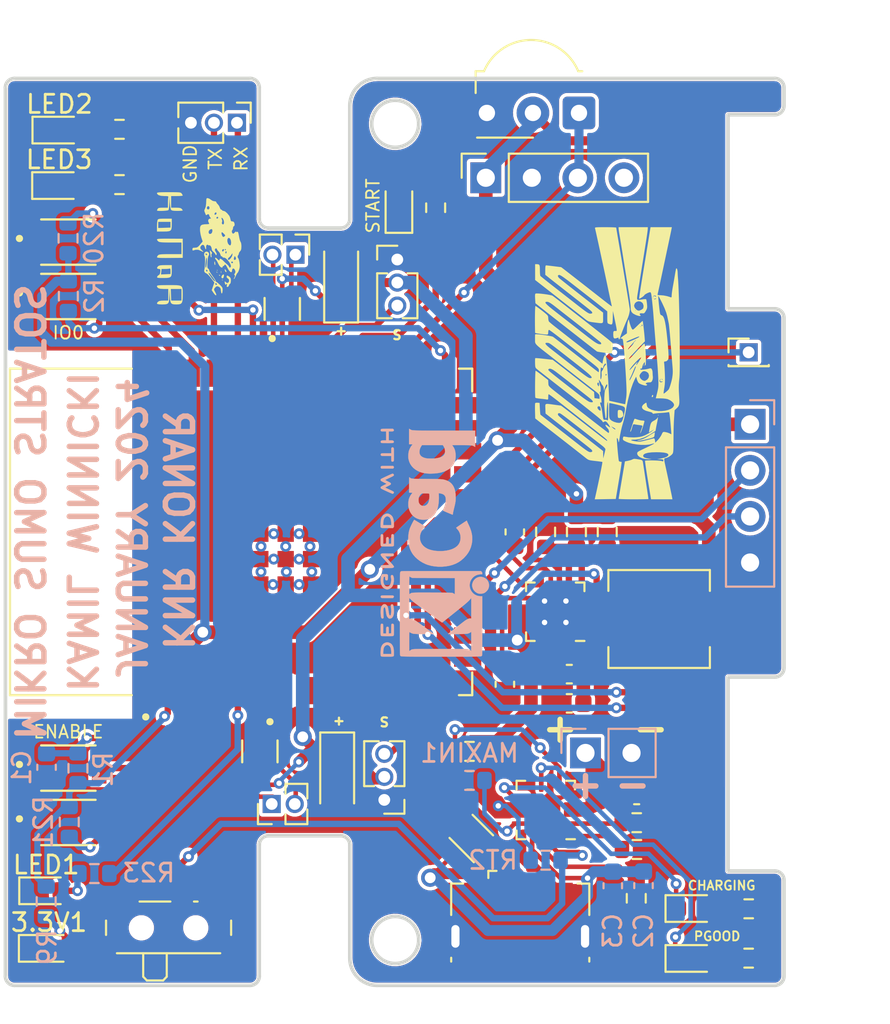
<source format=kicad_pcb>
(kicad_pcb (version 20211014) (generator pcbnew)
  (layers (0 "F.Cu" signal) (1 "In1.Cu" signal) (2 "In2.Cu" signal) (31 "B.Cu" signal) (34 "B.Paste" user) (35 "F.Paste" user) (36 "B.SilkS" user "B.Silkscreen") (37 "F.SilkS" user "F.Silkscreen") (38 "B.Mask" user) (39 "F.Mask" user) (44 "Edge.Cuts" user))
  (net 0 "")
  (net 1 "EN")
  (net 2 "AGND")
  (net 3 "+5V")
  (net 4 "VCC")
  (net 5 "+BATT")
  (net 6 "Net-(C6-Pad1)")
  (net 7 "Net-(C7-Pad1)")
  (net 8 "Net-(C7-Pad2)")
  (net 9 "+3.3V")
  (net 10 "IO0")
  (net 11 "Net-(R3-Pad1)")
  (net 12 "Net-(CHG_INT1-Pad2)")
  (net 13 "Net-(PGOOD1-Pad2)")
  (net 14 "Net-(R6-Pad2)")
  (net 15 "Net-(R7-Pad2)")
  (net 16 "Net-(RT1-Pad1)")
  (net 17 "Net-(PGOOD1-Pad1)")
  (net 18 "Net-(CHG_INT1-Pad1)")
  (net 19 "Net-(MAXIN1-Pad1)")
  (net 20 "Net-(TMR1-Pad1)")
  (net 21 "Net-(ISET1-Pad1)")
  (net 26 "USB-")
  (net 27 "USB+")
  (net 29 "RX")
  (net 30 "TX")
  (net 34 "USBN")
  (net 38 "Net-(L1-Pad1)")
  (net 39 "Net-(3.3V1-Pad2)")
  (net 40 "Net-(LED1-Pad2)")
  (net 41 "Net-(LED2-Pad2)")
  (net 42 "Net-(LED3-Pad2)")
  (net 43 "B1")
  (net 44 "SDA")
  (net 45 "Net-(J5-Pad1)")
  (net 46 "Net-(J5-Pad2)")
  (net 48 "LED1")
  (net 49 "MIN1_1")
  (net 50 "MIN2_1")
  (net 51 "MIN1_2")
  (net 52 "MIN2_2")
  (net 53 "B2")
  (net 54 "SCL")
  (net 55 "STARTER")
  (net 57 "Net-(R22-Pad2)")
  (net 58 "XSHUT")
  (net 59 "SERVO1")
  (net 60 "SERVO2")
  (net 61 "USBP")
  (net 62 "LED2")
  (net 63 "LED3")
  (net 64 "Net-(RT2-Pad2)")
  (net 65 "Net-(J8-Pad1)")
  (net 66 "Net-(J8-Pad2)")
  (net 67 "IN_1")
  (net 68 "IN_2")
  (net 69 "STARTER_LED")
  (footprint "LED_SMD:LED_0603_1608Metric" (layer "F.Cu") (at 168.9 117.764778)
    (fp_text reference "CHARGING")
    (fp_text value "LED")
  )
  (footprint "LED_SMD:LED_0603_1608Metric_Pad1.05x0.95mm_HandSolder" (layer "F.Cu") (at 133.40305 119.96067)
    (fp_text reference "3.3V1")
    (fp_text value "LED")
  )
  (footprint "Connector_PinHeader_1.27mm:PinHeader_1x03_P1.27mm_Vertical" (layer "F.Cu") (at 151.9 111.775 180)
    (fp_text reference "SV2" hide)
    (fp_text value "Conn_01x03_Male")
  )
  (footprint "Package_TO_SOT_SMD:SOT-666" (layer "F.Cu") (at 156.7 113.8 135)
    (fp_text reference "U6" hide)
    (fp_text value "USBLC6-2P6")
  )
  (footprint "Capacitor_SMD:C_0603_1608Metric" (layer "F.Cu") (at 158.552247 105.4 -90)
    (fp_text reference "C6" hide)
    (fp_text value "10n")
  )
  (footprint "OptoDevice:Vishay_MOLD-3Pin" (layer "F.Cu") (at 162.64 73.9 180)
    (fp_text reference "U11" hide)
    (fp_text value "TSOP323xx")
  )
  (footprint "B3U-1000P:SW_B3U-1000P" (layer "F.Cu") (at 134.471351 81.021095)
    (fp_text reference "S3" hide)
    (fp_text value "B3U-1000P")
  )
  (footprint "Resistor_SMD:R_0603_1608Metric" (layer "F.Cu") (at 154.734077 79.125961 90)
    (fp_text reference "R22" hide)
    (fp_text value "1K")
  )
  (footprint "Resistor_SMD:R_0603_1608Metric" (layer "F.Cu") (at 137.292075 77.851361 180)
    (fp_text reference "R25" hide)
    (fp_text value "1K")
  )
  (footprint "TOFVL53L0X:TOFVL53L0X" (layer "F.Cu") (at 171.06 79.631541 90)
    (fp_text reference "U10" hide)
    (fp_text value "TOFVL53L0X")
  )
  (footprint "Capacitor_SMD:C_0603_1608Metric" (layer "F.Cu") (at 159.1 97 90)
    (fp_text reference "C7" hide)
    (fp_text value "10n")
  )
  (footprint "Resistor_SMD:R_0603_1608Metric" (layer "F.Cu") (at 165.8 117.2 -90)
    (fp_text reference "TMR1" hide)
    (fp_text value "45.4K")
  )
  (footprint "Resistor_SMD:R_0603_1608Metric" (layer "F.Cu") (at 164.2 97 -90)
    (fp_text reference "R6" hide)
    (fp_text value "470K")
  )
  (footprint "Capacitor_SMD:C_0603_1608Metric" (layer "F.Cu") (at 156.6 110.7 180)
    (fp_text reference "C4" hide)
    (fp_text value "22u")
  )
  (footprint "Resistor_SMD:R_0603_1608Metric" (layer "F.Cu") (at 165.835199 114.509989)
    (fp_text reference "ISET1" hide)
    (fp_text value "1.8K")
  )
  (footprint "LED_SMD:LED_0603_1608Metric" (layer "F.Cu") (at 133.96067 77.904633)
    (fp_text reference "LED3")
    (fp_text value "LED")
  )
  (footprint "LED_SMD:LED_0603_1608Metric" (layer "F.Cu") (at 133.247258 116.786879)
    (fp_text reference "LED1")
    (fp_text value "LED")
  )
  (footprint "logo:stratos" (layer "F.Cu") (at 164.3 87.7 90)
    (fp_text reference "G***" hide)
    (fp_text value "LOGO" hide)
  )
  (footprint "LED_SMD:LED_0603_1608Metric" (layer "F.Cu") (at 168.9 120.516269)
    (fp_text reference "PGOOD")
    (fp_text value "LED")
  )
  (footprint "Resistor_SMD:R_0603_1608Metric" (layer "F.Cu") (at 156.6 109.1)
    (fp_text reference "R3" hide)
    (fp_text value "10K")
  )
  (footprint "drv8210DRLR:SOT50P160X60-6N" (layer "F.Cu") (at 146.270908 84.703767 90)
    (fp_text reference "U5" hide)
    (fp_text value "DRV8210DRLR")
  )
  (footprint "esp32s3:XCVR_ESP32S3WROOM1N8R8" (layer "F.Cu") (at 144 97 90)
    (fp_text reference "U2" hide)
    (fp_text value "ESP32-S3-WROOM-1-N8R8")
  )
  (footprint "drv8210DRLR:SOT50P160X60-6N" (layer "F.Cu") (at 145.036209 109.1 -90)
    (fp_text reference "U4" hide)
    (fp_text value "DRV8210DRLR")
  )
  (footprint "LED_SMD:LED_0603_1608Metric" (layer "F.Cu") (at 152.707597 79.025324 90)
    (fp_text reference "START")
    (fp_text value "LED")
  )
  (footprint "Package_DFN_QFN:VQFN-16-1EP_3x3mm_P0.5mm_EP1.6x1.6mm" (layer "F.Cu") (at 160.808805 112.332395 180)
    (fp_text reference "U1" hide)
    (fp_text value "BQ24075RGT")
  )
  (footprint "Resistor_SMD:R_0603_1608Metric" (layer "F.Cu") (at 137.292075 74.803354 180)
    (fp_text reference "R24" hide)
    (fp_text value "1K")
  )
  (footprint "Inductor_SMD:L_Sunlord_MWSA0518_5.4x5.2mm" (layer "F.Cu") (at 167.062069 101.801289)
    (fp_text reference "L1" hide)
    (fp_text value "1u")
  )
  (footprint "Capacitor_SMD:C_0603_1608Metric" (layer "F.Cu") (at 162.1059 104.841406 180)
    (fp_text reference "C9" hide)
    (fp_text value "22u")
  )
  (footprint "Resistor_SMD:R_0603_1608Metric" (layer "F.Cu") (at 160.8 97 90)
    (fp_text reference "R8" hide)
    (fp_text value "150K")
  )
  (footprint "Connector_PinHeader_1.27mm:PinHeader_1x02_P1.27mm_Vertical" (layer "F.Cu") (at 145.689657 112 90)
    (fp_text reference "J5" hide)
    (fp_text value "Conn_01x02_Male")
  )
  (footprint "Resistor_SMD:R_0603_1608Metric" (layer "F.Cu") (at 162.5 97 -90)
    (fp_text reference "R7" hide)
    (fp_text value "470K")
  )
  (footprint "Package_DFN_QFN:VQFN-16-1EP_3x3mm_P0.5mm_EP1.68x1.68mm_ThermalVias" (layer "F.Cu") (at 161.331215 101.401477 180)
    (fp_text reference "U3" hide)
    (fp_text value "TLV62095RGTx")
  )
  (footprint "Resistor_SMD:R_0603_1608Metric" (layer "F.Cu") (at 172.003218 117.779665)
    (fp_text reference "R4" hide)
    (fp_text value "1K")
  )
  (footprint "Capacitor_Tantalum_SMD:CP_EIA-3216-18_Kemet-A" (layer "F.Cu") (at 149.3 110.36832 -90)
    (fp_text reference "C10" hide)
    (fp_text value "C_Polarized")
  )
  (footprint "Connector_USB:USB_Micro-B_GCT_USB3076-30-A" (layer "F.Cu") (at 159.4 118.1)
    (fp_text reference "J1" hide)
    (fp_text value "USB_B_Micro")
  )
  (footprint "TOFVL53L0X:TOFVL53L0X" (layer "F.Cu") (at 171.06 110.831541 90)
    (fp_text reference "U9" hide)
    (fp_text value "TOFVL53L0X")
  )
  (footprint "Connector_PinHeader_1.27mm:PinHeader_1x03_P1.27mm_Vertical" (layer "F.Cu") (at 152.617129 81.982583)
    (fp_text reference "SV1" hide)
    (fp_text value "Conn_01x03_Male")
  )
  (footprint "Connector_PinHeader_1.27mm:PinHeader_1x02_P1.27mm_Vertical" (layer "F.Cu") (at 146.999421 81.714762 -90)
    (fp_text reference "J8" hide)
    (fp_text value "Conn_01x02_Male")
  )
  (footprint "Button_Switch_SMD:SW_SPDT_PCM12" (layer "F.Cu") (at 140 118.5)
    (fp_text reference "SW1" hide)
    (fp_text value "SW_DIP_x01")
  )
  (footprint "LED_SMD:LED_0603_1608Metric" (layer "F.Cu") (at 133.977442 74.845576)
    (fp_text reference "LED2")
    (fp_text value "LED")
  )
  (footprint "Resistor_SMD:R_0603_1608Metric" (layer "F.Cu") (at 172 120.5)
    (fp_text reference "R5" hide)
    (fp_text value "1K")
  )
  (footprint "Resistor_SMD:R_0603_1608Metric" (layer "F.Cu") (at 165.825582 113.031453)
    (fp_text reference "RT1" hide)
    (fp_text value "10K")
  )
  (footprint "Connector_PinHeader_1.27mm:PinHeader_1x03_P1.27mm_Vertical" (layer "F.Cu") (at 143.772575 74.441014 -90)
    (fp_text reference "J2" hide)
    (fp_text value "Conn_01x03_Male")
  )
  (footprint "B3U-1000P:SW_B3U-1000P" (layer "F.Cu") (at 134.471351 110.021095)
    (fp_text reference "ENABLE")
    (fp_text value "B3U-1000P")
  )
  (footprint "Connector_PinSocket_2.54mm:PinSocket_1x04_P2.54mm_Vertical" (layer "F.Cu") (at 157.5 77.475 90)
    (fp_text reference "J4" hide)
    (fp_text value "Conn_01x04_Female")
  )
  (footprint "logo:konar_logo" (layer "F.Cu") (at 141.6 81.4 -90)
    (fp_text reference "G***" hide)
    (fp_text value "LOGO" hide)
  )
  (footprint "Capacitor_SMD:C_0603_1608Metric" (layer "F.Cu") (at 165.822666 111.50398)
    (fp_text reference "C5" hide)
    (fp_text value "22u")
  )
  (footprint "Connector_PinHeader_1.27mm:PinHeader_1x01_P1.27mm_Vertical" (layer "F.Cu") (at 172 87.1)
    (fp_text reference "J3" hide)
    (fp_text value "Conn_01x01_Male")
  )
  (footprint "B3U-1000P:SW_B3U-1000P" (layer "F.Cu") (at 134.471351 84.021095)
    (fp_text reference "IO0")
    (fp_text value "B3U-1000P")
  )
  (footprint "B3U-1000P:SW_B3U-1000P" (layer "F.Cu") (at 134.471351 113.021095)
    (fp_text reference "S4" hide)
    (fp_text value "B3U-1000P")
  )
  (footprint "Capacitor_SMD:C_0603_1608Metric" (layer "F.Cu") (at 162.1059 106.452035 180)
    (fp_text reference "C8" hide)
    (fp_text value "22u")
  )
  (footprint "Capacitor_Tantalum_SMD:CP_EIA-3216-18_Kemet-A" (layer "F.Cu") (at 149.519826 83.144286 90)
    (fp_text reference "C11" hide)
    (fp_text value "C_Polarized")
  )
  (footprint "Resistor_SMD:R_0603_1608Metric" (layer "B.Cu") (at 156.6 110.7 180)
    (fp_text reference "MAXIN1")
    (fp_text value "1.1K")
  )
  (footprint "Resistor_SMD:R_0603_1608Metric" (layer "B.Cu") (at 160.8 115.1)
    (fp_text reference "RT2")
    (fp_text value "10K")
  )
  (footprint "Capacitor_SMD:C_0603_1608Metric" (layer "B.Cu") (at 166.2 116.5 -90)
    (fp_text reference "C2")
    (fp_text value "47u")
  )
  (footprint "Resistor_SMD:R_0603_1608Metric" (layer "B.Cu") (at 134.522296 112.992968 -90)
    (fp_text reference "R21")
    (fp_text value "10K")
  )
  (footprint "Resistor_SMD:R_0603_1608Metric" (layer "B.Cu") (at 135.904569 115.836898 180)
    (fp_text reference "R23")
    (fp_text value "1K")
  )
  (footprint "Connector_PinHeader_2.54mm:PinHeader_1x04_P2.54mm_Vertical" (layer "B.Cu") (at 172.080174 91.067695 180)
    (fp_text reference "J6" hide)
    (fp_text value "Conn_01x04_Female")
  )
  (footprint "Resistor_SMD:R_0603_1608Metric" (layer "B.Cu") (at 134.47135 84 90)
    (fp_text reference "R2")
    (fp_text value "10K")
  )
  (footprint "Resistor_SMD:R_0603_1608Metric" (layer "B.Cu") (at 133.247258 117.373626 -90)
    (fp_text reference "R9")
    (fp_text value "1K")
  )
  (footprint "Resistor_SMD:R_0603_1608Metric" (layer "B.Cu") (at 134.453929 80.812049 90)
    (fp_text reference "R20")
    (fp_text value "10K")
  )
  (footprint "Symbol:KiCad-Logo2_5mm_SilkScreen" (layer "B.Cu") (at 154.7 97.6 90)
    (fp_text reference "REF**" hide)
    (fp_text value "KiCad-Logo2_5mm_SilkScreen" hide)
  )
  (footprint "Capacitor_SMD:C_0603_1608Metric" (layer "B.Cu") (at 164.505423 116.507863 -90)
    (fp_text reference "C3")
    (fp_text value "47u")
  )
  (footprint "Connector_PinHeader_2.54mm:PinHeader_1x02_P2.54mm_Vertical" (layer "B.Cu") (at 163 109.187228 -90)
    (fp_text reference "batt1" hide)
    (fp_text value "Conn_01x02_Male")
  )
  (footprint "Resistor_SMD:R_0603_1608Metric" (layer "B.Cu") (at 135 110.031484 -90)
    (fp_text reference "R1")
    (fp_text value "10K")
  )
  (footprint "Capacitor_SMD:C_0603_1608Metric" (layer "B.Cu") (at 133.26802 109.979222 -90)
    (fp_text reference "C1")
    (fp_text value "0.1uF")
  )
  (gr_arc (start 144.5 72) (mid 144.853553 72.146447) (end 145 72.5) (layer "Edge.Cuts") (width 0.2))
  (gr_line (start 145 79.75) (end 145 72.5) (layer "Edge.Cuts") (width 0.2))
  (gr_arc (start 151.5 122) (mid 150.43934 121.56066) (end 150 120.5) (layer "Edge.Cuts") (width 0.2))
  (gr_arc (start 131.5 122) (mid 131.146447 121.853553) (end 131 121.5) (layer "Edge.Cuts") (width 0.2))
  (gr_arc (start 173.446555 84.7) (mid 173.800108 84.846447) (end 173.946555 85.2) (layer "Edge.Cuts") (width 0.2))
  (gr_arc (start 150 79.75) (mid 149.853553 80.103553) (end 149.5 80.25) (layer "Edge.Cuts") (width 0.2))
  (gr_line (start 145 121.5) (end 145 114.25) (layer "Edge.Cuts") (width 0.2))
  (gr_line (start 145.5 113.75) (end 149.5 113.75) (layer "Edge.Cuts") (width 0.2))
  (gr_arc (start 145 121.5) (mid 144.853553 121.853553) (end 144.5 122) (layer "Edge.Cuts") (width 0.2))
  (gr_line (start 173.946555 104.5) (end 173.946555 85.2) (layer "Edge.Cuts") (width 0.2))
  (gr_line (start 170.860407 115.7) (end 170.860407 105) (layer "Edge.Cuts") (width 0.2))
  (gr_line (start 173.946555 121.5) (end 173.946555 116.2) (layer "Edge.Cuts") (width 0.2))
  (gr_arc (start 150 73.5) (mid 150.43934 72.43934) (end 151.5 72) (layer "Edge.Cuts") (width 0.2))
  (gr_line (start 173.946555 73.5) (end 173.946555 72.5) (layer "Edge.Cuts") (width 0.2))
  (gr_arc (start 173.946555 121.5) (mid 173.800108 121.853553) (end 173.446555 122) (layer "Edge.Cuts") (width 0.2))
  (gr_line (start 150 114.25) (end 150 120.5) (layer "Edge.Cuts") (width 0.2))
  (gr_arc (start 173.946555 104.5) (mid 173.800108 104.853553) (end 173.446555 105) (layer "Edge.Cuts") (width 0.2))
  (gr_line (start 131 72.5) (end 131 121.5) (layer "Edge.Cuts") (width 0.2))
  (gr_arc (start 149.5 113.75) (mid 149.853553 113.896447) (end 150 114.25) (layer "Edge.Cuts") (width 0.2))
  (gr_arc (start 173.446555 115.7) (mid 173.800108 115.846447) (end 173.946555 116.2) (layer "Edge.Cuts") (width 0.2))
  (gr_line (start 150 73.5) (end 150 79.75) (layer "Edge.Cuts") (width 0.2))
  (gr_line (start 170.860407 74) (end 173.446555 74) (layer "Edge.Cuts") (width 0.2))
  (gr_circle (center 152.5 119.5) (end 153.8 119.5) (layer "Edge.Cuts") (width 0.2) (fill none))
  (gr_line (start 131.5 122) (end 144.5 122) (layer "Edge.Cuts") (width 0.2))
  (gr_circle (center 152.5 74.5) (end 153.8 74.5) (layer "Edge.Cuts") (width 0.2) (fill none))
  (gr_arc (start 145.5 80.25) (mid 145.146447 80.103553) (end 145 79.75) (layer "Edge.Cuts") (width 0.2))
  (gr_line (start 144.5 72) (end 131.5 72) (layer "Edge.Cuts") (width 0.2))
  (gr_arc (start 173.446555 72) (mid 173.800108 72.146447) (end 173.946555 72.5) (layer "Edge.Cuts") (width 0.2))
  (gr_line (start 151.5 122) (end 173.446555 122) (layer "Edge.Cuts") (width 0.2))
  (gr_line (start 149.5 80.25) (end 145.5 80.25) (layer "Edge.Cuts") (width 0.2))
  (gr_line (start 173.446555 72) (end 151.5 72) (layer "Edge.Cuts") (width 0.2))
  (gr_arc (start 131 72.5) (mid 131.146447 72.146447) (end 131.5 72) (layer "Edge.Cuts") (width 0.2))
  (gr_line (start 170.860407 105) (end 173.446555 105) (layer "Edge.Cuts") (width 0.2))
  (gr_arc (start 173.946555 73.5) (mid 173.800108 73.853553) (end 173.446555 74) (layer "Edge.Cuts") (width 0.2))
  (gr_arc (start 145 114.25) (mid 145.146447 113.896447) (end 145.5 113.75) (layer "Edge.Cuts") (width 0.2))
  (gr_line (start 173.446555 84.7) (end 170.860407 84.7) (layer "Edge.Cuts") (width 0.2))
  (gr_line (start 170.860407 84.7) (end 170.860407 74) (layer "Edge.Cuts") (width 0.2))
  (gr_line (start 173.446555 115.7) (end 170.860407 115.7) (layer "Edge.Cuts") (width 0.2))
  (gr_text "MIKRO SUMO STRATOS" (at 132.3 95.9 270) (layer "B.SilkS") (effects (font (size 1.5 1.5) (thickness 0.3)) (justify mirror)))
  (gr_text "JANUARY 2024" (at 137.9 96.8 270) (layer "B.SilkS") (effects (font (size 1.5 1.5) (thickness 0.3)) (justify mirror)))
  (gr_text "KNR KONAR" (at 140.5 96.9 270) (layer "B.SilkS") (effects (font (size 1.5 1.5) (thickness 0.3)) (justify mirror)))
  (gr_text "-" (at 165.6 110.9) (layer "B.SilkS") (effects (font (size 1.5 1.5) (thickness 0.3)) (justify mirror)))
  (gr_text "+" (at 163 110.9) (layer "B.SilkS") (effects (font (size 1.5 1.5) (thickness 0.3)) (justify mirror)))
  (gr_text "KAMIL WINNICKI" (at 135.2 97 270) (layer "B.SilkS") (effects (font (size 1.5 1.5) (thickness 0.3)) (justify mirror)))
  (gr_text "RX" (at 143.996335 76.436854 90) (layer "F.SilkS") (effects (font (size 0.7 0.7) (thickness 0.1))))
  (gr_text "+" (at 149.4 107.4) (layer "F.SilkS") (effects (font (size 0.5 0.5) (thickness 0.125)) (justify mirror)))
  (gr_text "GND" (at 141.195045 76.711207 90) (layer "F.SilkS") (effects (font (size 0.7 0.7) (thickness 0.1))))
  (gr_text "+" (at 161.6 107.8) (layer "F.SilkS") (effects (font (size 1.5 1.5) (thickness 0.3))))
  (gr_text "+" (at 149.519826 85.9) (layer "F.SilkS") (effects (font (size 0.5 0.5) (thickness 0.125)) (justify mirror)))
  (gr_text "S" (at 151.9 107.5) (layer "F.SilkS") (effects (font (size 0.5 0.5) (thickness 0.125))))
  (gr_text "-" (at 166.6 107.8) (layer "F.SilkS") (effects (font (size 1.5 1.5) (thickness 0.3))))
  (gr_text "TX" (at 142.58125 76.436854 90) (layer "F.SilkS") (effects (font (size 0.7 0.7) (thickness 0.1))))
  (gr_text "S" (at 152.6 86.1 180) (layer "F.SilkS") (effects (font (size 0.5 0.5) (thickness 0.125))))
  (segment (start 136.171351 110.021095) (end 138.108905 110.021095) (width 0.35) (layer "F.Cu") (net 1))
  (segment (start 136.034735 108.363073) (end 136.171351 108.499689) (width 0.35) (layer "F.Cu") (net 1))
  (segment (start 138.108905 110.021095) (end 141.28 106.85) (width 0.35) (layer "F.Cu") (net 1))
  (segment (start 135.4947 108.363073) (end 136.034735 108.363073) (width 0.35) (layer "F.Cu") (net 1))
  (segment (start 136.171351 108.499689) (end 136.171351 110.021095) (width 0.35) (layer "F.Cu") (net 1))
  (segment (start 141.28 106.85) (end 141.28 105.75) (width 0.35) (layer "F.Cu") (net 1))
  (via (at 135.4947 108.363073) (size 0.6) (drill 0.3) (layers "F.Cu" "B.Cu") (net 1))
  (segment (start 135 108.857773) (end 135.4947 108.363073) (width 0.35) (layer "B.Cu") (net 1))
  (segment (start 133.270282 109.206484) (end 133.26802 109.204222) (width 0.35) (layer "B.Cu") (net 1))
  (segment (start 135 109.206484) (end 133.270282 109.206484) (width 0.35) (layer "B.Cu") (net 1))
  (segment (start 135 109.206484) (end 135 108.857773) (width 0.35) (layer "B.Cu") (net 1))
  (segment (start 154.431634 116.068366) (end 154.655728 115.844272) (width 0.6) (layer "F.Cu") (net 3))
  (segment (start 163.112709 116.087291) (end 161.617901 116.087291) (width 0.25) (layer "F.Cu") (net 3))
  (segment (start 154.655728 115.844272) (end 157.902368 115.844272) (width 0.6) (layer "F.Cu") (net 3))
  (segment (start 154.463268 116.1) (end 154.431634 116.068366) (width 0.75) (layer "F.Cu") (net 3))
  (segment (start 158.1 116.65) (end 158.1 116.14) (width 0.25) (layer "F.Cu") (net 3))
  (segment (start 154.431634 116.068366) (end 156.5 114) (width 0.25) (layer "F.Cu") (net 3))
  (segment (start 161.617901 116.087291) (end 160.058805 114.528195) (width 0.25) (layer "F.Cu") (net 3))
  (segment (start 157.902368 115.844272) (end 157.979048 115.920952) (width 0.6) (layer "F.Cu") (net 3))
  (segment (start 156.5 113.6) (end 156.045926 113.145926) (width 0.25) (layer "F.Cu") (net 3))
  (segment (start 160.058805 114.528195) (end 160.058805 113.769895) (width 0.25) (layer "F.Cu") (net 3))
  (segment (start 156.5 114) (end 156.5 113.6) (width 0.25) (layer "F.Cu") (net 3))
  (via (at 163.112709 116.087291) (size 0.6) (drill 0.3) (layers "F.Cu" "B.Cu") (net 3))
  (via (at 154.431634 116.068366) (size 1) (drill 0.6) (layers "F.Cu" "B.Cu") (net 3))
  (segment (start 154.431634 116.068366) (end 154.713772 116.068366) (width 0.6) (layer "B.Cu") (net 3))
  (segment (start 157.620406 118.975) (end 161.179594 118.975) (width 0.6) (layer "B.Cu") (net 3))
  (segment (start 163.05 116.15) (end 163.467137 115.732863) (width 0.6) (layer "B.Cu") (net 3))
  (segment (start 164.505423 115.732863) (end 166.005423 115.732863) (width 0.6) (layer "B.Cu") (net 3))
  (segment (start 163.112709 117.041885) (end 163.112709 116.087291) (width 0.6) (layer "B.Cu") (net 3))
  (segment (start 161.179594 118.975) (end 163.112709 117.041885) (width 0.6) (layer "B.Cu") (net 3))
  (segment (start 154.713772 116.068366) (end 157.620406 118.975) (width 0.6) (layer "B.Cu") (net 3))
  (segment (start 163.112709 116.087291) (end 163.05 116.15) (width 0.6) (layer "B.Cu") (net 3))
  (segment (start 163.467137 115.732863) (end 164.505423 115.732863) (width 0.6) (layer "B.Cu") (net 3))
  (segment (start 150.761529 83.252583) (end 152.617129 83.252583) (width 0.5) (layer "F.Cu") (net 4))
  (segment (start 148.11832 109.01832) (end 147.4 108.3) (width 0.6) (layer "F.Cu") (net 4))
  (segment (start 149.71832 109.01832) (end 149.036209 109.01832) (width 0.6) (layer "F.Cu") (net 4))
  (segment (start 147.845376 109.01832) (end 147.181848 109.681848) (width 0.6) (layer "F.Cu") (net 4))
  (segment (start 159.990825 106.709975) (end 157.425 109.2758) (width 0.75) (layer "F.Cu") (net 4))
  (segment (start 149.036209 109.01832) (end 148.11832 109.01832) (width 0.6) (layer "F.Cu") (net 4))
  (segment (start 145.145996 110.941855) (end 145.036209 110.832068) (width 0.25) (layer "F.Cu") (net 4))
  (segment (start 162.793715 101.151477) (end 163.394268 101.151477) (width 0.25) (layer "F.Cu") (net 4))
  (segment (start 151.328234 110.628234) (end 149.71832 109.01832) (width 0.6) (layer "F.Cu") (net 4))
  (segment (start 149.519826 84.494286) (end 150.761529 83.252583) (width 0.5) (layer "F.Cu") (net 4))
  (segment (start 145.036209 110.832068) (end 145.036209 110.197068) (width 0.25) (layer "F.Cu") (net 4))
  (segment (start 146.097733 110.859187) (end 146.015065 110.941855) (width 0.25) (layer "F.Cu") (net 4))
  (segment (start 148.886909 84.494286) (end 149.519826 84.494286) (width 0.35) (layer "F.Cu") (net 4))
  (segment (start 159.990825 103.719721) (end 159.990825 106.709975) (width 0.75) (layer "F.Cu") (net 4))
  (segment (start 163.394268 101.151477) (end 163.613664 100.932081) (width 0.25) (layer "F.Cu") (net 4))
  (segment (start 146.015065 110.941855) (end 145.145996 110.941855) (width 0.25) (layer "F.Cu") (net 4))
  (segment (start 148.09856 83.705937) (end 148.886909 84.494286) (width 0.35) (layer "F.Cu") (net 4))
  (segment (start 159.235603 102.964499) (end 159.990825 103.719721) (width 0.75) (layer "F.Cu") (net 4))
  (segment (start 146.270908 83.968767) (end 146.270908 83.039874) (width 0.25) (layer "F.Cu") (net 4))
  (segment (start 149.036209 109.01832) (end 147.845376 109.01832) (width 0.6) (layer "F.Cu") (net 4))
  (segment (start 152.082972 110.628234) (end 151.328234 110.628234) (width 0.6) (layer "F.Cu") (net 4))
  (segment (start 163.467396 99.30841) (end 163.613664 99.454678) (width 0.35) (layer "F.Cu") (net 4))
  (segment (start 146.270908 83.039874) (end 146.269539 83.038505) (width 0.25) (layer "F.Cu") (net 4))
  (segment (start 163.613664 99.454678) (end 163.613664 100.932081) (width 0.35) (layer "F.Cu") (net 4))
  (via (at 148.09856 83.705937) (size 0.6) (drill 0.3) (layers "F.Cu" "B.Cu") (net 4))
  (via (at 146.269539 83.038505) (size 0.6) (drill 0.3) (layers "F.Cu" "B.Cu") (net 4))
  (via (at 163.467396 99.30841) (size 0.6) (drill 0.3) (layers "F.Cu" "B.Cu") (net 4))
  (via (at 147.181848 109.681848) (size 0.6) (drill 0.3) (layers "F.Cu" "B.Cu") (net 4))
  (via (at 146.097733 110.859187) (size 0.6) (drill 0.3) (layers "F.Cu" "B.Cu") (net 4))
  (via (at 158.187388 112.103012) (size 0.6) (drill 0.3) (layers "F.Cu" "B.Cu") (net 4))
  (via (at 159.235603 102.964499) (size 1) (drill 0.6) (layers "F.Cu" "B.Cu") (net 4))
  (via (at 147.4 108.3) (size 1) (drill 0.6) (layers "F.Cu" "B.Cu") (net 4))
  (segment (start 159.975 115.1) (end 159.975 114.375) (width 0.25) (layer "B.Cu") (net 4))
  (segment (start 159.235603 102.964499) (end 159.2 102.928896) (width 0.6) (layer "B.Cu") (net 4))
  (segment (start 147.181848 109.681848) (end 146.097733 110.765963) (width 0.25) (layer "B.Cu") (net 4))
  (segment (start 159.2 100.9) (end 159.2 100.8) (width 0.35) (layer "B.Cu") (net 4))
  (segment (start 156.4 86.2) (end 156.4 92) (width 0.75) (layer "B.Cu") (net 4))
  (segment (start 149.9 100.5) (end 149.8 100.5) (width 0.75) (layer "B.Cu") (net 4))
  (segment (start 158.603012 112.103012) (end 158.187388 112.103012) (width 0.25) (layer "B.Cu") (net 4))
  (segment (start 159.3 112.8) (end 158.603012 112.103012) (width 0.25) (layer "B.Cu") (net 4))
  (segment (start 159.2 102.928896) (end 159.2 100.9) (width 0.6) (layer "B.Cu") (net 4))
  (segment (start 157.164499 102.964499) (end 159.235603 102.964499) (width 0.75) (layer "B.Cu") (net 4))
  (segment (start 149.9 98.5) (end 149.9 100.5) (width 0.75) (layer "B.Cu") (net 4))
  (segment (start 146.269539 83.038505) (end 147.431128 83.038505) (width 0.35) (layer "B.Cu") (net 4))
  (segment (start 154.7 100.5) (end 157.164499 102.964499) (width 0.75) (layer "B.Cu") (net 4))
  (segment (start 147.431128 83.038505) (end 148.09856 83.705937) (width 0.35) (layer "B.Cu") (net 4))
  (segment (start 159.975 114.375) (end 159.4 113.8) (width 0.25) (layer "B.Cu") (net 4))
  (segment (start 146.097733 110.765963) (end 146.097733 110.859187) (width 0.25) (layer "B.Cu") (net 4))
  (segment (start 156.4 92) (end 149.9 98.5) (width 0.75) (layer "B.Cu") (net 4))
  (segment (start 149.9 100.5) (end 154.7 100.5) (width 0.75) (layer "B.Cu") (net 4))
  (segment (start 152.617129 83.252583) (end 153.452583 83.252583) (width 0.75) (layer "B.Cu") (net 4))
  (segment (start 147.4 102.9) (end 147.4 108.3) (width 0.75) (layer "B.Cu") (net 4))
  (segment (start 159.3 113.7) (end 159.3 112.8) (width 0.25) (layer "B.Cu") (net 4))
  (segment (start 159.2 100.8) (end 160.69159 99.30841) (width 0.35) (layer "B.Cu") (net 4))
  (segment (start 153.452583 83.252583) (end 156.4 86.2) (width 0.75) (layer "B.Cu") (net 4))
  (segment (start 160.69159 99.30841) (end 163.467396 99.30841) (width 0.35) (layer "B.Cu") (net 4))
  (segment (start 159.4 113.8) (end 159.3 113.7) (width 0.25) (layer "B.Cu") (net 4))
  (segment (start 149.8 100.5) (end 147.4 102.9) (width 0.75) (layer "B.Cu") (net 4))
  (segment (start 162.253728 112.574972) (end 162.246305 112.582395) (width 0.25) (layer "F.Cu") (net 5))
  (segment (start 158.648523 100.651477) (end 159.868715 100.651477) (width 0.25) (layer "F.Cu") (net 6))
  (segment (start 158.4 100.9) (end 158.648523 100.651477) (width 0.25) (layer "F.Cu") (net 6))
  (segment (start 158.4 104.472753) (end 158.4 100.9) (width 0.25) (layer "F.Cu") (net 6))
  (segment (start 158.552247 104.625) (end 158.4 104.472753) (width 0.25) (layer "F.Cu") (net 6))
  (segment (start 159.6 99) (end 159 98.4) (width 0.25) (layer "F.Cu") (net 7))
  (segment (start 159 98.4) (end 159 97.775) (width 0.25) (layer "F.Cu") (net 7))
  (segment (start 160.757538 99) (end 159.6 99) (width 0.25) (layer "F.Cu") (net 7))
  (segment (start 161.081215 99.938977) (end 161.081215 99.323677) (width 0.25) (layer "F.Cu") (net 7))
  (segment (start 161.081215 99.323677) (end 160.757538 99) (width 0.25) (layer "F.Cu") (net 7))
  (segment (start 158.1 98.5) (end 158.1 97.125) (width 0.25) (layer "F.Cu") (net 8))
  (segment (start 159.538977 99.938977) (end 158.1 98.5) (width 0.25) (layer "F.Cu") (net 8))
  (segment (start 160.581215 99.938977) (end 159.538977 99.938977) (width 0.25) (layer "F.Cu") (net 8))
  (segment (start 158.1 97.125) (end 159 96.225) (width 0.25) (layer "F.Cu") (net 8))
  (segment (start 169.8 101.113358) (end 169.8 96.8) (width 0.75) (layer "F.Cu") (net 9))
  (segment (start 169.112069 101.801289) (end 169.7 102.38922) (width 0.75) (layer "F.Cu") (net 9))
  (segment (start 162.081215 103.306581) (end 162.346478 103.571844) (width 0.25) (layer "F.Cu") (net 9))
  (segment (start 157.5 82.625) (end 157.5 77.475) (width 0.75) (layer "F.Cu") (net 9))
  (segment (start 162.8809 104.841406) (end 169.158594 104.841406) (width 0.75) (layer "F.Cu") (net 9))
  (segment (start 141.884755 102.530439) (end 141.707597 102.707597) (width 0.75) (layer "F.Cu") (net 9))
  (segment (start 169.1 96.1) (end 164.275 96.1) (width 0.75) (layer "F.Cu") (net 9))
  (segment (start 158.895 84.02) (end 157.5 82.625) (width 0.75) (layer "F.Cu") (net 9))
  (segment (start 158.9 91.2) (end 158.9 86.511) (width 0.75) (layer "F.Cu") (net 9))
  (segment (start 162.5 94.9) (end 162.5 96.175) (width 0.75) (layer "F.Cu") (net 9))
  (segment (start 169.8 96.8) (end 169.1 96.1) (width 0.75) (layer "F.Cu") (net 9))
  (segment (start 164.2 96.175) (end 162.5 96.175) (width 0.75) (layer "F.Cu") (net 9))
  (segment (start 161.636375 75.436375) (end 160.1 73.9) (width 0.5) (layer "F.Cu") (net 9))
  (segment (start 169.590316 75.436375) (end 161.636375 75.436375) (width 0.5) (layer "F.Cu") (net 9))
  (segment (start 169.112069 101.801289) (end 169.8 101.113358) (width 0.75) (layer "F.Cu") (net 9))
  (segment (start 164.275 96.1) (end 164.2 96.175) (width 0.75) (layer "F.Cu") (net 9))
  (segment (start 169.7 102.38922) (end 169.7 104.3) (width 0.75) (layer "F.Cu") (net 9))
  (segment (start 139.780141 107.161059) (end 139.954346 106.986854) (width 0.35) (layer "F.Cu") (net 9))
  (segment (start 142 102.415194) (end 141.707597 102.707597) (width 0.35) (layer "F.Cu") (net 9))
  (segment (start 169.7 104.3) (end 169.158594 104.841406) (width 0.75) (layer "F.Cu") (net 9))
  (segment (start 151.1 99.062206) (end 147.631767 102.530439) (width 0.75) (layer "F.Cu") (net 9))
  (segment (start 169.7 92) (end 170.632305 91.067695) (width 0.75) (layer "F.Cu") (net 9))
  (segment (start 141.707597 102.707597) (end 140.01 104.405194) (width 0.75) (layer "F.Cu") (net 9))
  (segment (start 162.081215 102.863977) (end 162.081215 103.306581) (width 0.25) (layer "F.Cu") (net 9))
  (segment (start 139.954346 105.805654) (end 140.01 105.75) (width 0.35) (layer "F.Cu") (net 9))
  (segment (start 158.895 86.506) (end 158.895 84.02) (width 0.75) (layer "F.Cu") (net 9))
  (segment (start 169.7 95.6) (end 169.7 92) (width 0.75) (layer "F.Cu") (net 9))
  (segment (start 162.8809 104.841406) (end 162.8809 106.452035) (width 0.75) (layer "F.Cu") (net 9))
  (segment (start 158.9 86.511) (end 158.895 86.506) (width 0.75) (layer "F.Cu") (net 9))
  (segment (start 169.1 96.2) (end 169.7 95.6) (width 0.75) (layer "F.Cu") (net 9))
  (segment (start 139.954346 106.986854) (end 139.954346 105.805654) (width 0.35) (layer "F.Cu") (net 9))
  (segment (start 162.8809 104.841406) (end 162.8809 104.183488) (width 0.6) (layer "F.Cu") (net 9))
  (segment (start 147.631767 102.530439) (end 141.884755 102.530439) (width 0.75) (layer "F.Cu") (net 9))
  (segment (start 162.8809 104.841406) (end 162.8809 104.106266) (width 0.5) (layer "F.Cu") (net 9))
  (segment (start 158.15 91.95) (end 158.9 91.2) (width 0.75) (layer "F.Cu") (net 9))
  (segment (start 169.590316 106.636375) (end 169.590316 105.273128) (width 0.75) (layer "F.Cu") (net 9))
  (segment (start 162.8809 104.106266) (end 162.346478 103.571844) (width 0.5) (layer "F.Cu") (net 9))
  (segment (start 169.590316 105.273128) (end 169.158594 104.841406) (width 0.75) (layer "F.Cu") (net 9))
  (segment (start 140.01 104.405194) (end 140.01 105.75) (width 0.75) (layer "F.Cu") (net 9))
  (segment (start 170.632305 91.067695) (end 172.080174 91.067695) (width 0.75) (layer "F.Cu") (net 9))
  (via (at 158.15 91.95) (size 1) (drill 0.6) (layers "F.Cu" "B.Cu") (net 9))
  (via (at 151.1 99.062206) (size 1) (drill 0.6) (layers "F.Cu" "B.Cu") (net 9))
  (via (at 141.884755 102.530439) (size 1) (drill 0.6) (layers "F.Cu" "B.Cu") (net 9))
  (via (at 162.5 94.9) (size 0.6) (drill 0.3) (layers "F.Cu" "B.Cu") (net 9))
  (via (at 139.780141 107.161059) (size 0.6) (drill 0.3) (layers "F.Cu" "B.Cu") (net 9))
  (segment (start 133 84) (end 133.825 83.175) (width 0.5) (layer "B.Cu") (net 9))
  (segment (start 133 86) (end 133 84) (width 0.5) (layer "B.Cu") (net 9))
  (segment (start 138 109) (end 139.780141 107.219859) (width 0.35) (layer "B.Cu") (net 9))
  (segment (start 142 102.415194) (end 141.884755 102.530439) (width 0.5) (layer "B.Cu") (net 9))
  (segment (start 157.5 77.475) (end 157.5 77.1) (width 0.75) (layer "B.Cu") (net 9))
  (segment (start 133.536097 86.536097) (end 133 86) (width 0.5) (layer "B.Cu") (net 9))
  (segment (start 158.15 91.95) (end 151.1 99) (width 0.75) (layer "B.Cu") (net 9))
  (segment (start 142 87.870142) (end 140.665955 86.536097) (width 0.5) (layer "B.Cu") (net 9))
  (segment (start 134.47135 83.175) (end 134.47135 81.65447) (width 0.35) (layer "B.Cu") (net 9))
  (segment (start 160.1 74.5) (end 160.1 73.9) (width 0.75) (layer "B.Cu") (net 9))
  (segment (start 134.522296 111.334188) (end 135 110.856484) (width 0.35) (layer "B.Cu") (net 9))
  (segment (start 151.1 99) (end 151.1 99.062206) (width 0.75) (layer "B.Cu") (net 9))
  (segment (start 157.5 77.1) (end 160.1 74.5) (width 0.75) (layer "B.Cu") (net 9))
  (segment (start 135 110.856484) (end 136.143516 110.856484) (width 0.35) (layer "B.Cu") (net 9))
  (segment (start 133.825 83.175) (end 134.47135 83.175) (width 0.5) (layer "B.Cu") (net 9))
  (segment (start 140.665955 86.536097) (end 133.536097 86.536097) (width 0.5) (layer "B.Cu") (net 9))
  (segment (start 134.278531 112.167968) (end 134.522296 112.167968) (width 0.35) (layer "B.Cu") (net 9))
  (segment (start 132.766917 116.068285) (end 132.766917 113.679582) (width 0.35) (layer "B.Cu") (net 9))
  (segment (start 142 87.870142) (end 142 102.415194) (width 0.5) (layer "B.Cu") (net 9))
  (segment (start 132.766917 113.679582) (end 134.278531 112.167968) (width 0.35) (layer "B.Cu") (net 9))
  (segment (start 134.47135 81.65447) (end 134.453929 81.637049) (width 0.35) (layer "B.Cu") (net 9))
  (segment (start 159.55 91.95) (end 162.5 94.9) (width 0.75) (layer "B.Cu") (net 9))
  (segment (start 134.522296 112.167968) (end 134.522296 111.334188) (width 0.35) (layer "B.Cu") (net 9))
  (segment (start 133.247258 116.548626) (end 132.766917 116.068285) (width 0.35) (layer "B.Cu") (net 9))
  (segment (start 139.780141 107.219859) (end 139.780141 107.161059) (width 0.35) (layer "B.Cu") (net 9))
  (segment (start 158.15 91.95) (end 159.55 91.95) (width 0.75) (layer "B.Cu") (net 9))
  (segment (start 136.143516 110.856484) (end 138 109) (width 0.35) (layer "B.Cu") (net 9))
  (segment (start 136.171351 84.021095) (end 136.171351 85.504372) (width 0.35) (layer "F.Cu") (net 10))
  (segment (start 155.25 87.25) (end 155 87) (width 0.35) (layer "F.Cu") (net 10))
  (segment (start 155.25 88.25) (end 155.25 87.25) (width 0.35) (layer "F.Cu") (net 10))
  (segment (start 136.171351 85.504372) (end 135.905865 85.769858) (width 0.35) (layer "F.Cu") (net 10))
  (via (at 135.905865 85.769858) (size 0.6) (drill 0.3) (layers "F.Cu" "B.Cu") (net 10))
  (via (at 155 87) (size 0.6) (drill 0.3) (layers "F.Cu" "B.Cu") (net 10))
  (segment (start 135.905865 85.769858) (end 153.769858 85.769858) (width 0.35) (layer "B.Cu") (net 10))
  (segment (start 134.825795 85.769858) (end 134.47135 85.415413) (width 0.35) (layer "B.Cu") (net 10))
  (segment (start 135.905865 85.769858) (end 134.825795 85.769858) (width 0.35) (layer "B.Cu") (net 10))
  (segment (start 134.47135 85.415413) (end 134.47135 84.825) (width 0.35) (layer "B.Cu") (net 10))
  (segment (start 153.769858 85.769858) (end 155 87) (width 0.35) (layer "B.Cu") (net 10))
  (segment (start 160.950447 109.382456) (end 160.5 108.932009) (width 0.25) (layer "F.Cu") (net 11))
  (segment (start 160.5 108.932009) (end 160.5 108.9) (width 0.25) (layer "F.Cu") (net 11))
  (segment (start 155.8 107.9) (end 155.8 109.075) (width 0.25) (layer "F.Cu") (net 11))
  (segment (start 155.8 109.075) (end 155.775 109.1) (width 0.25) (layer "F.Cu") (net 11))
  (segment (start 160.950447 109.382456) (end 161.558805 109.990814) (width 0.25) (layer "F.Cu") (net 11))
  (segment (start 161.558805 109.990814) (end 161.558805 110.894895) (width 0.25) (layer "F.Cu") (net 11))
  (via (at 155.8 107.9) (size 0.6) (drill 0.3) (layers "F.Cu" "B.Cu") (net 11))
  (via (at 160.5 108.9) (size 0.6) (drill 0.3) (layers "F.Cu" "B.Cu") (net 11))
  (segment (start 159.5 107.9) (end 155.8 107.9) (width 0.25) (layer "B.Cu") (net 11))
  (segment (start 159.6 108) (end 159.5 107.9) (width 0.25) (layer "B.Cu") (net 11))
  (segment (start 160.5 108.9) (end 159.6 108) (width 0.25) (layer "B.Cu") (net 11))
  (segment (start 169.818731 117.779666) (end 171.178218 117.779665) (width 0.5) (layer "F.Cu") (net 12))
  (segment (start 169.7875 120.5) (end 171.175 120.5) (width 0.5) (layer "F.Cu") (net 13))
  (segment (start 164.2 97.825) (end 163.788173 97.825) (width 0.35) (layer "F.Cu") (net 14))
  (segment (start 162.792396 100.600158) (end 162.793715 100.601477) (width 0.35) (layer "F.Cu") (net 14))
  (segment (start 162.792396 98.820777) (end 162.792396 100.600158) (width 0.35) (layer "F.Cu") (net 14))
  (segment (start 163.788173 97.825) (end 162.792396 98.820777) (width 0.35) (layer "F.Cu") (net 14))
  (segment (start 162.081215 98.243785) (end 162.5 97.825) (width 0.35) (layer "F.Cu") (net 15))
  (segment (start 160.8 97.825) (end 162.075 97.825) (width 0.35) (layer "F.Cu") (net 15))
  (segment (start 162.081215 98.243785) (end 162.081215 97.831215) (width 0.35) (layer "F.Cu") (net 15))
  (segment (start 162.081215 97.831215) (end 162.075 97.825) (width 0.35) (layer "F.Cu") (net 15))
  (segment (start 162.075 97.825) (end 162.5 97.825) (width 0.35) (layer "F.Cu") (net 15))
  (segment (start 162.081215 99.938977) (end 162.081215 98.243785) (width 0.35) (layer "F.Cu") (net 15))
  (segment (start 162.246305 113.082395) (end 164.947837 113.082395) (width 0.25) (layer "F.Cu") (net 16))
  (segment (start 160.558805 110.894895) (end 160.558805 110.014472) (width 0.25) (layer "F.Cu") (net 17))
  (segment (start 167.965016 119.335913) (end 167.950366 119.350563) (width 0.25) (layer "F.Cu") (net 17))
  (segment (start 160.558805 110.014472) (end 160.551789 110.007456) (width 0.25) (layer "F.Cu") (net 17))
  (segment (start 167.950366 119.350563) (end 167.950366 120.516269) (width 0.25) (layer "F.Cu") (net 17))
  (via (at 167.965016 119.335913) (size 0.6) (drill 0.3) (layers "F.Cu" "B.Cu") (net 17))
  (via (at 160.551789 110.007456) (size 0.6) (drill 0.3) (layers "F.Cu" "B.Cu") (net 17))
  (segment (start 161.407456 110.007456) (end 160.551789 110.007456) (width 0.25) (layer "B.Cu") (net 17))
  (segment (start 167.965016 119.335913) (end 167.965016 119.334984) (width 0.25) (layer "B.Cu") (net 17))
  (segment (start 167.965016 119.334984) (end 168.8 118.5) (width 0.25) (layer "B.Cu") (net 17))
  (segment (start 168.8 118.5) (end 168.8 116.316116) (width 0.25) (layer "B.Cu") (net 17))
  (segment (start 165.643794 114.243794) (end 161.407456 110.007456) (width 0.25) (layer "B.Cu") (net 17))
  (segment (start 168.8 116.316116) (end 166.727678 114.243794) (width 0.25) (layer "B.Cu") (net 17))
  (segment (start 166.727678 114.243794) (end 165.643794 114.243794) (width 0.25) (layer "B.Cu") (net 17))
  (segment (start 158.523589 111.1) (end 159.005984 111.582395) (width 0.25) (layer "F.Cu") (net 18))
  (segment (start 168 116.4) (end 168 117.76408) (width 0.25) (layer "F.Cu") (net 18))
  (segment (start 159.005984 111.582395) (end 159.371305 111.582395) (width 0.25) (layer "F.Cu") (net 18))
  (segment (start 168 117.76408) (end 168.000698 117.764778) (width 0.25) (layer "F.Cu") (net 18))
  (via (at 168 116.4) (size 0.6) (drill 0.3) (layers "F.Cu" "B.Cu") (net 18))
  (via (at 158.523589 111.1) (size 0.6) (drill 0.3) (layers "F.Cu" "B.Cu") (net 18))
  (segment (start 168 116.4) (end 168 116.272183) (width 0.25) (layer "B.Cu") (net 18))
  (segment (start 166.474749 114.746932) (end 164.410536 114.746932) (width 0.25) (layer "B.Cu") (net 18))
  (segment (start 164.410536 114.746932) (end 160.763604 111.1) (width 0.25) (layer "B.Cu") (net 18))
  (segment (start 160.763604 111.1) (end 158.523589 111.1) (width 0.25) (layer "B.Cu") (net 18))
  (segment (start 168 116.272183) (end 166.474749 114.746932) (width 0.25) (layer "B.Cu") (net 18))
  (segment (start 159.093105 113.082395) (end 159.371305 113.082395) (width 0.25) (layer "F.Cu") (net 19))
  (segment (start 158.6755 113.5) (end 159.093105 113.082395) (width 0.25) (layer "F.Cu") (net 19))
  (segment (start 159.334305 113.119395) (end 159.371305 113.082395) (width 0.25) (layer "F.Cu") (net 19))
  (via (at 158.6755 113.5) (size 0.6) (drill 0.3) (layers "F.Cu" "B.Cu") (net 19))
  (segment (start 158.4 113.5) (end 157.425 112.525) (width 0.25) (layer "B.Cu") (net 19))
  (segment (start 157.425 112.525) (end 157.425 110.7) (width 0.25) (layer "B.Cu") (net 19))
  (segment (start 158.6755 113.5) (end 158.4 113.5) (width 0.25) (layer "B.Cu") (net 19))
  (segment (start 160.558805 113.769895) (end 160.558805 114.391799) (width 0.25) (layer "F.Cu") (net 20))
  (segment (start 160.558805 114.391799) (end 161.629297 115.462291) (width 0.25) (layer "F.Cu") (net 20))
  (segment (start 164.887291 115.462291) (end 165.8 116.375) (width 0.25) (layer "F.Cu") (net 20))
  (segment (start 161.629297 115.462291) (end 164.887291 115.462291) (width 0.25) (layer "F.Cu") (net 20))
  (segment (start 165.010199 114.310199) (end 165.010199 114.509989) (width 0.25) (layer "F.Cu") (net 21))
  (segment (start 164.469895 113.769895) (end 165.010199 114.310199) (width 0.25) (layer "F.Cu") (net 21))
  (segment (start 161.558805 113.769895) (end 164.469895 113.769895) (width 0.25) (layer "F.Cu") (net 21))
  (segment (start 153.98 105.75) (end 154.111456 105.881456) (width 0.288544) (layer "F.Cu") (net 26))
  (segment (start 155.365778 113.225918) (end 155.718889 113.579029) (width 0.288544) (layer "F.Cu") (net 26))
  (segment (start 154.111456 111.142222) (end 155.365778 112.396544) (width 0.288544) (layer "F.Cu") (net 26))
  (segment (start 155.365778 112.396544) (end 155.365778 113.225918) (width 0.288544) (layer "F.Cu") (net 26))
  (segment (start 154.111456 105.881456) (end 154.111456 111.142222) (width 0.288544) (layer "F.Cu") (net 26))
  (segment (start 154.6 110.93986) (end 156.479029 112.818889) (width 0.288544) (layer "F.Cu") (net 27))
  (segment (start 155.25 105.75) (end 155.25 106.194272) (width 0.288544) (layer "F.Cu") (net 27))
  (segment (start 155.25 106.194272) (end 154.6 106.844272) (width 0.288544) (layer "F.Cu") (net 27))
  (segment (start 154.6 106.844272) (end 154.6 110.93986) (width 0.288544) (layer "F.Cu") (net 27))
  (segment (start 143.82 88.25) (end 143.82 74.488439) (width 0.35) (layer "F.Cu") (net 29))
  (segment (start 143.82 74.488439) (end 143.772575 74.441014) (width 0.35) (layer "F.Cu") (net 29))
  (segment (start 142.502575 74.441014) (end 142.502575 88.202575) (width 0.35) (layer "F.Cu") (net 30))
  (segment (start 142.502575 88.202575) (end 142.55 88.25) (width 0.35) (layer "F.Cu") (net 30))
  (segment (start 156.920971 114.781111) (end 157.33986 115.2) (width 0.288544) (layer "F.Cu") (net 34))
  (segment (start 158.169234 115.2) (end 158.75 115.780766) (width 0.288544) (layer "F.Cu") (net 34))
  (segment (start 158.75 115.780766) (end 158.75 116.65) (width 0.288544) (layer "F.Cu") (net 34))
  (segment (start 157.33986 115.2) (end 158.169234 115.2) (width 0.288544) (layer "F.Cu") (net 34))
  (segment (start 164.862257 101.651477) (end 165.012069 101.801289) (width 0.35) (layer "F.Cu") (net 38))
  (segment (start 162.793715 102.151477) (end 164.661881 102.151477) (width 0.35) (layer "F.Cu") (net 38))
  (segment (start 164.661881 102.151477) (end 165.012069 101.801289) (width 0.35) (layer "F.Cu") (net 38))
  (segment (start 162.793715 101.651477) (end 164.862257 101.651477) (width 0.35) (layer "F.Cu") (net 38))
  (segment (start 134.27805 119.27805) (end 134 119) (width 0.35) (layer "F.Cu") (net 39))
  (segment (start 134.27805 119.96067) (end 134.27805 119.27805) (width 0.35) (layer "F.Cu") (net 39))
  (via (at 134 119) (size 0.6) (drill 0.3) (layers "F.Cu" "B.Cu") (net 39))
  (segment (start 134 119) (end 134 118.951368) (width 0.35) (layer "B.Cu") (net 39))
  (segment (start 134 118.951368) (end 133.247258 118.198626) (width 0.35) (layer "B.Cu") (net 39))
  (segment (start 134.967698 116.786879) (end 134.97378 116.780797) (width 0.35) (layer "F.Cu") (net 40))
  (segment (start 134.034758 116.786879) (end 134.967698 116.786879) (width 0.35) (layer "F.Cu") (net 40))
  (via (at 134.97378 116.780797) (size 0.6) (drill 0.3) (layers "F.Cu" "B.Cu") (net 40))
  (segment (start 134.97378 115.942687) (end 135.079569 115.836898) (width 0.35) (layer "B.Cu") (net 40))
  (segment (start 134.97378 116.780797) (end 134.97378 115.942687) (width 0.35) (layer "B.Cu") (net 40))
  (segment (start 136.467075 74.803354) (end 134.807164 74.803354) (width 0.35) (layer "F.Cu") (net 41))
  (segment (start 134.807164 74.803354) (end 134.764942 74.845576) (width 0.35) (layer "F.Cu") (net 41))
  (segment (start 136.413803 77.904633) (end 136.467075 77.851361) (width 0.35) (layer "F.Cu") (net 42))
  (segment (start 134.74817 77.904633) (end 136.413803 77.904633) (width 0.35) (layer "F.Cu") (net 42))
  (segment (start 136.619469 113.021095) (end 142.55 107.090564) (width 0.35) (layer "F.Cu") (net 43))
  (segment (start 136.171351 113.021095) (end 136.171351 113.870698) (width 0.35) (layer "F.Cu") (net 43))
  (segment (start 136.171351 113.021095) (end 136.619469 113.021095) (width 0.35) (layer "F.Cu") (net 43))
  (segment (start 136.171351 113.870698) (end 135.668905 114.373144) (width 0.35) (layer "F.Cu") (net 43))
  (segment (start 142.55 107.090564) (end 142.55 105.75) (width 0.35) (layer "F.Cu") (net 43))
  (via (at 135.668905 114.373144) (size 0.6) (drill 0.3) (layers "F.Cu" "B.Cu") (net 43))
  (segment (start 135.668905 114.373144) (end 135.077472 114.373144) (width 0.35) (layer "B.Cu") (net 43))
  (segment (start 135.077472 114.373144) (end 134.522296 113.817968) (width 0.35) (layer "B.Cu") (net 43))
  (segment (start 169.138513 114.241487) (end 169.14 114.24) (width 0.35) (layer "F.Cu") (net 44))
  (segment (start 168.2226 114.241487) (end 169.138513 114.241487) (width 0.35) (layer "F.Cu") (net 44))
  (segment (start 167.7 113.718887) (end 168.2226 114.241487) (width 0.35) (layer "F.Cu") (net 44))
  (segment (start 165.5 106.7) (end 167.7 108.9) (width 0.35) (layer "F.Cu") (net 44))
  (segment (start 154.735 96.365) (end 156.5 96.365) (width 0.35) (layer "F.Cu") (net 44))
  (segment (start 164.7 106.7) (end 165.5 106.7) (width 0.35) (layer "F.Cu") (net 44))
  (segment (start 154.3 96.8) (end 154.735 96.365) (width 0.35) (layer "F.Cu") (net 44))
  (segment (start 154.3 102.653888) (end 154.3 96.8) (width 0.35) (layer "F.Cu") (net 44))
  (segment (start 156.5 96.365) (end 157.234998 96.365) (width 0.35) (layer "F.Cu") (net 44))
  (segment (start 168.06 83.04) (end 169.6 83.04) (width 0.35) (layer "F.Cu") (net 44))
  (segment (start 167.7 108.9) (end 167.7 113.718887) (width 0.35) (layer "F.Cu") (net 44))
  (segment (start 169.14 114.24) (end 169.6 114.24) (width 0.35) (layer "F.Cu") (net 44))
  (segment (start 157.234998 96.365) (end 167.35 86.249998) (width 0.35) (layer "F.Cu") (net 44))
  (segment (start 167.35 83.75) (end 168.06 83.04) (width 0.35) (layer "F.Cu") (net 44))
  (segment (start 167.35 86.249998) (end 167.35 83.75) (width 0.35) (layer "F.Cu") (net 44))
  (via (at 164.7 106.7) (size 0.6) (drill 0.3) (layers "F.Cu" "B.Cu") (net 44))
  (via (at 154.3 102.653888) (size 0.6) (drill 0.3) (layers "F.Cu" "B.Cu") (net 44))
  (segment (start 154.3 102.653888) (end 154.353888 102.653888) (width 0.35) (layer "B.Cu") (net 44))
  (segment (start 158.4 106.7) (end 164.7 106.7) (width 0.35) (layer "B.Cu") (net 44))
  (segment (start 154.353888 102.653888) (end 158.4 106.7) (width 0.35) (layer "B.Cu") (net 44))
  (segment (start 144.993751 111.599134) (end 145.743751 111.599134) (width 0.25) (layer "F.Cu") (net 45))
  (segment (start 144.536209 110.197068) (end 144.536209 111.141592) (width 0.25) (layer "F.Cu") (net 45))
  (segment (start 144.536209 111.141592) (end 144.993751 111.599134) (width 0.25) (layer "F.Cu") (net 45))
  (segment (start 145.95743 109.835) (end 145.536209 109.835) (width 0.25) (layer "F.Cu") (net 46))
  (segment (start 147.013751 111.599134) (end 147.013751 110.891321) (width 0.25) (layer "F.Cu") (net 46))
  (segment (start 147.013751 110.891321) (end 145.95743 109.835) (width 0.25) (layer "F.Cu") (net 46))
  (segment (start 143.82 105.75) (end 143.82 107.120816) (width 0.35) (layer "F.Cu") (net 48))
  (segment (start 143.82 107.120816) (end 143.821541 107.122357) (width 0.35) (layer "F.Cu") (net 48))
  (via (at 143.821541 107.122357) (size 0.6) (drill 0.3) (layers "F.Cu" "B.Cu") (net 48))
  (segment (start 143.821541 107.122357) (end 143.812801 107.131097) (width 0.35) (layer "B.Cu") (net 48))
  (segment (start 136.963102 115.836898) (end 136.729569 115.836898) (width 0.35) (layer "B.Cu") (net 48))
  (segment (start 143.812801 108.987199) (end 136.963102 115.836898) (width 0.35) (layer "B.Cu") (net 48))
  (segment (start 143.812801 107.131097) (end 143.812801 108.987199) (width 0.35) (layer "B.Cu") (net 48))
  (segment (start 146.36 107.246464) (end 146.36 105.75) (width 0.25) (layer "F.Cu") (net 49))
  (segment (start 145.536209 108.070255) (end 146.36 107.246464) (width 0.25) (layer "F.Cu") (net 49))
  (segment (start 145.036209 108.365) (end 145.036209 105.803791) (width 0.25) (layer "F.Cu") (net 50))
  (segment (start 145.036209 105.803791) (end 145.09 105.75) (width 0.25) (layer "F.Cu") (net 50))
  (segment (start 146.36 87.142949) (end 145.770908 86.553857) (width 0.25) (layer "F.Cu") (net 51))
  (segment (start 145.770908 86.553857) (end 145.770908 85.438767) (width 0.25) (layer "F.Cu") (net 51))
  (segment (start 146.36 88.25) (end 146.36 87.142949) (width 0.25) (layer "F.Cu") (net 51))
  (segment (start 146.270908 85.438767) (end 146.270908 86.310908) (width 0.25) (layer "F.Cu") (net 52))
  (segment (start 146.270908 86.310908) (end 147.63 87.67) (width 0.25) (layer "F.Cu") (net 52))
  (segment (start 147.63 87.67) (end 147.63 88.25) (width 0.25) (layer "F.Cu") (net 52))
  (segment (start 140.01 86.864836) (end 140.01 88.25) (width 0.35) (layer "F.Cu") (net 53))
  (segment (start 138.400802 85.255638) (end 140.01 86.864836) (width 0.35) (layer "F.Cu") (net 53))
  (segment (start 136.171351 81.021095) (end 136.171351 79.798807) (width 0.35) (layer "F.Cu") (net 53))
  (segment (start 136.171351 81.021095) (end 136.171351 81.171351) (width 0.35) (layer "F.Cu") (net 53))
  (segment (start 136.171351 79.798807) (end 135.818763 79.446219) (width 0.35) (layer "F.Cu") (net 53))
  (segment (start 138.400802 85.235974) (end 138.400802 85.255638) (width 0.35) (layer "F.Cu") (net 53))
  (segment (start 137.39791 82.39791) (end 137.39791 84.233082) (width 0.35) (layer "F.Cu") (net 53))
  (segment (start 136.171351 81.171351) (end 137.39791 82.39791) (width 0.35) (layer "F.Cu") (net 53))
  (segment (start 137.39791 84.233082) (end 138.400802 85.235974) (width 0.35) (layer "F.Cu") (net 53))
  (via (at 135.818763 79.446219) (size 0.6) (drill 0.3) (layers "F.Cu" "B.Cu") (net 53))
  (segment (start 135.818763 79.446219) (end 134.994759 79.446219) (width 0.35) (layer "B.Cu") (net 53))
  (segment (start 134.994759 79.446219) (end 134.453929 79.987049) (width 0.35) (layer "B.Cu") (net 53))
  (segment (start 165.5 105.840906) (end 168.3 108.640906) (width 0.35) (layer "F.Cu") (net 54))
  (segment (start 153 101.5) (end 153.1 101.6) (width 0.35) (layer "F.Cu") (net 54))
  (segment (start 166.8 86.022181) (end 166.8 82.1) (width 0.35) (layer "F.Cu") (net 54))
  (segment (start 157.727181 95.095) (end 166.8 86.022181) (width 0.35) (layer "F.Cu") (net 54))
  (segment (start 168.4 80.5) (end 169.6 80.5) (width 0.35) (layer "F.Cu") (net 54))
  (segment (start 156.5 95.095) (end 155.005 95.095) (width 0.35) (layer "F.Cu") (net 54))
  (segment (start 164.7 105.840906) (end 165.5 105.840906) (width 0.35) (layer "F.Cu") (net 54))
  (segment (start 153 97.1) (end 153 101.5) (width 0.35) (layer "F.Cu") (net 54))
  (segment (start 168.3 108.640906) (end 168.3 110.4) (width 0.35) (layer "F.Cu") (net 54))
  (segment (start 168.3 110.4) (end 169.6 111.7) (width 0.35) (layer "F.Cu") (net 54))
  (segment (start 156.5 95.095) (end 157.727181 95.095) (width 0.35) (layer "F.Cu") (net 54))
  (segment (start 155.005 95.095) (end 153 97.1) (width 0.35) (layer "F.Cu") (net 54))
  (segment (start 166.8 82.1) (end 168.4 80.5) (width 0.35) (layer "F.Cu") (net 54))
  (via (at 164.7 105.840906) (size 0.6) (drill 0.3) (layers "F.Cu" "B.Cu") (net 54))
  (via (at 153.1 101.6) (size 0.6) (drill 0.3) (layers "F.Cu" "B.Cu") (net 54))
  (segment (start 154.2 101.6) (end 153.1 101.6) (width 0.35) (layer "B.Cu") (net 54))
  (segment (start 164.7 105.840906) (end 158.440906 105.840906) (width 0.35) (layer "B.Cu") (net 54))
  (segment (start 158.440906 105.840906) (end 154.2 101.6) (width 0.35) (layer "B.Cu") (net 54))
  (segment (start 153.261108 86.838892) (end 152.966644 86.838892) (width 0.35) (layer "F.Cu") (net 55))
  (segment (start 151.44 87.56) (end 151.424616 87.544616) (width 0.35) (layer "F.Cu") (net 55))
  (segment (start 151.597231 86.838892) (end 152.172614 86.838892) (width 0.35) (layer "F.Cu") (net 55))
  (segment (start 151.424616 87.544616) (end 151.424616 87.011507) (width 0.35) (layer "F.Cu") (net 55))
  (segment (start 151.424616 87.011507) (end 151.597231 86.838892) (width 0.35) (layer "F.Cu") (net 55))
  (segment (start 156.3 83.8) (end 153.261108 86.838892) (width 0.35) (layer "F.Cu") (net 55))
  (segment (start 152.172614 86.838892) (end 152.966644 86.838892) (width 0.35) (layer "F.Cu") (net 55))
  (segment (start 151.44 88.25) (end 151.44 87.56) (width 0.35) (layer "F.Cu") (net 55))
  (via (at 156.3 83.8) (size 0.6) (drill 0.3) (layers "F.Cu" "B.Cu") (net 55))
  (segment (start 162.64 77.415) (end 162.58 77.475) (width 0.5) (layer "B.Cu") (net 55))
  (segment (start 162.64 73.9) (end 162.64 77.415) (width 0.5) (layer "B.Cu") (net 55))
  (segment (start 162.58 77.475) (end 156.3 83.755) (width 0.35) (layer "B.Cu") (net 55))
  (segment (start 156.3 83.755) (end 156.3 83.8) (width 0.35) (layer "B.Cu") (net 55))
  (segment (start 154.67094 78.237824) (end 154.734077 78.300961) (width 0.5) (layer "F.Cu") (net 57))
  (segment (start 152.707597 78.237824) (end 154.67094 78.237824) (width 0.5) (layer "F.Cu") (net 57))
  (segment (start 157.875 93.825) (end 164.6 87.1) (width 0.35) (layer "F.Cu") (net 58))
  (segment (start 156.5 93.825) (end 157.875 93.825) (width 0.35) (layer "F.Cu") (net 58))
  (via (at 164.6 87.1) (size 0.6) (drill 0.3) (layers "F.Cu" "B.Cu") (net 58))
  (segment (start 164.6 87.1) (end 172 87.1) (width 0.35) (layer "B.Cu") (net 58))
  (segment (start 152.71 108.731206) (end 152.082972 109.358234) (width 0.35) (layer "F.Cu") (net 59))
  (segment (start 152.71 105.75) (end 152.71 108.731206) (width 0.35) (layer "F.Cu") (net 59))
  (segment (start 151.428927 85.640929) (end 149.888851 85.640929) (width 0.35) (layer "F.Cu") (net 60))
  (segment (start 152.617129 84.522583) (end 152.547273 84.522583) (width 0.35) (layer "F.Cu") (net 60))
  (segment (start 149.888851 85.640929) (end 148.9 86.62978) (width 0.35) (layer "F.Cu") (net 60))
  (segment (start 148.9 86.62978) (end 148.9 88.25) (width 0.35) (layer "F.Cu") (net 60))
  (segment (start 152.547273 84.522583) (end 151.428927 85.640929) (width 0.35) (layer "F.Cu") (net 60))
  (segment (start 159.4 116.65) (end 159.4 115.73986) (width 0.288544) (layer "F.Cu") (net 61))
  (segment (start 159.4 115.73986) (end 157.681111 114.020971) (width 0.288544) (layer "F.Cu") (net 61))
  (segment (start 141.28 87.008743) (end 141.28 88.25) (width 0.35) (layer "F.Cu") (net 62))
  (segment (start 138.117075 83.845818) (end 141.28 87.008743) (width 0.35) (layer "F.Cu") (net 62))
  (segment (start 138.117075 77.851361) (end 138.117075 83.845818) (width 0.35) (layer "F.Cu") (net 62))
  (segment (start 139.333142 82.434109) (end 139.333142 75.333142) (width 0.35) (layer "F.Cu") (net 63))
  (segment (start 138.117075 74.803354) (end 138.803354 74.803354) (width 0.35) (layer "F.Cu") (net 63))
  (segment (start 144.653448 86.519826) (end 144.653448 84.759339) (width 0.35) (layer "F.Cu") (net 63))
  (segment (start 145.09 88.25) (end 145.09 86.956378) (width 0.35) (layer "F.Cu") (net 63))
  (segment (start 144.718427 86.584805) (end 144.653448 86.519826) (width 0.35) (layer "F.Cu") (net 63))
  (segment (start 145.09 86.956378) (end 144.718427 86.584805) (width 0.35) (layer "F.Cu") (net 63))
  (segment (start 141.675108 84.776075) (end 139.333142 82.434109) (width 0.35) (layer "F.Cu") (net 63))
  (segment (start 138.803354 74.803354) (end 139.333142 75.333142) (width 0.35) (layer "F.Cu") (net 63))
  (via (at 144.653448 84.759339) (size 0.6) (drill 0.3) (layers "F.Cu" "B.Cu") (net 63))
  (via (at 141.675108 84.776075) (size 0.6) (drill 0.3) (layers "F.Cu" "B.Cu") (net 63))
  (segment (start 144.653448 84.759339) (end 141.691844 84.759339) (width 0.35) (layer "B.Cu") (net 63))
  (segment (start 141.691844 84.759339) (end 141.675108 84.776075) (width 0.35) (layer "B.Cu") (net 63))
  (segment (start 162.636925 114.65) (end 161.453402 114.65) (width 0.25) (layer "F.Cu") (net 64))
  (segment (start 141.1 114.9) (end 140.75 115.25) (width 0.35) (layer "F.Cu") (net 64))
  (segment (start 162.824716 114.837791) (end 162.636925 114.65) (width 0.25) (layer "F.Cu") (net 64))
  (segment (start 161.453402 114.65) (end 161.058805 114.255403) (width 0.25) (layer "F.Cu") (net 64))
  (segment (start 140.75 115.25) (end 140.75 117.07) (width 0.35) (layer "F.Cu") (net 64))
  (segment (start 161.058805 114.255403) (end 161.058805 113.769895) (width 0.25) (layer "F.Cu") (net 64))
  (via (at 162.824716 114.837791) (size 0.6) (drill 0.3) (layers "F.Cu" "B.Cu") (net 64))
  (via (at 141.1 114.9) (size 0.6) (drill 0.3) (layers "F.Cu" "B.Cu") (net 64))
  (segment (start 162.824716 114.837791) (end 161.887209 114.837791) (width 0.35) (layer "B.Cu") (net 64))
  (segment (start 161.712507 115.012493) (end 161.712507 117.487493) (width 0.35) (layer "B.Cu") (net 64))
  (segment (start 161.712507 117.487493) (end 160.9 118.3) (width 0.35) (layer "B.Cu") (net 64))
  (segment (start 152.7 113.1) (end 142.9 113.1) (width 0.35) (layer "B.Cu") (net 64))
  (segment (start 160.9 118.3) (end 157.9 118.3) (width 0.35) (layer "B.Cu") (net 64))
  (segment (start 142.9 113.1) (end 141.1 114.9) (width 0.35) (layer "B.Cu") (net 64))
  (segment (start 157.9 118.3) (end 152.7 113.1) (width 0.35) (layer "B.Cu") (net 64))
  (segment (start 161.887209 114.837791) (end 161.712507 115.012493) (width 0.35) (layer "B.Cu") (net 64))
  (segment (start 146.770908 83.968767) (end 146.770908 81.943275) (width 0.25) (layer "F.Cu") (net 65))
  (segment (start 146.770908 81.943275) (end 146.999421 81.714762) (width 0.25) (layer "F.Cu") (net 65))
  (segment (start 145.770908 83.968767) (end 145.770908 81.756249) (width 0.25) (layer "F.Cu") (net 66))
  (segment (start 145.770908 81.756249) (end 145.729421 81.714762) (width 0.25) (layer "F.Cu") (net 66))
  (segment (start 158.550698 100.003897) (end 157.109595 101.445) (width 0.35) (layer "F.Cu") (net 67))
  (via (at 158.550698 100.003897) (size 0.6) (drill 0.3) (layers "F.Cu" "B.Cu") (net 67))
  (segment (start 170.752305 96.147695) (end 172.080174 96.147695) (width 0.35) (layer "B.Cu") (net 67))
  (segment (start 161.254595 97.3) (end 169.6 97.3) (width 0.35) (layer "B.Cu") (net 67))
  (segment (start 169.6 97.3) (end 170.752305 96.147695) (width 0.35) (layer "B.Cu") (net 67))
  (segment (start 158.550698 100.003897) (end 161.254595 97.3) (width 0.35) (layer "B.Cu") (net 67))
  (segment (start 157.068326 100.175) (end 156.5 100.175) (width 0.35) (layer "F.Cu") (net 68))
  (segment (start 157.980074 99.263252) (end 157.068326 100.175) (width 0.35) (layer "F.Cu") (net 68))
  (via (at 157.980074 99.263252) (size 0.6) (drill 0.3) (layers "F.Cu" "B.Cu") (net 68))
  (segment (start 170.2 95.5) (end 170.2 95.487869) (width 0.35) (layer "B.Cu") (net 68))
  (segment (start 170.2 95.487869) (end 172.080174 93.607695) (width 0.35) (layer "B.Cu") (net 68))
  (segment (start 169.4 96.3) (end 170.2 95.5) (width 0.35) (layer "B.Cu") (net 68))
  (segment (start 157.980074 99.263252) (end 160.943326 96.3) (width 0.35) (layer "B.Cu") (net 68))
  (segment (start 160.943326 96.3) (end 169.4 96.3) (width 0.35) (layer "B.Cu") (net 68))
  (segment (start 150.17 86.736771) (end 150.713475 86.193296) (width 0.35) (layer "F.Cu") (net 69))
  (segment (start 152.65827 86.193296) (end 154.734077 84.117489) (width 0.35) (layer "F.Cu") (net 69))
  (segment (start 154.734077 84.117489) (end 154.734077 79.950961) (width 0.35) (layer "F.Cu") (net 69))
  (segment (start 150.713475 86.193296) (end 152.65827 86.193296) (width 0.35) (layer "F.Cu") (net 69))
  (segment (start 150.17 88.25) (end 150.17 86.736771) (width 0.35) (layer "F.Cu") (net 69))
  (zone (net 0) (net_name "") (layers "F.Cu" "In1.Cu" "In2.Cu" "B.Cu") (name "antena") (connect_pads yes (clearance 0)) (min_thickness 0.25)
    (keepout (tracks not_allowed) (vias not_allowed) (pads not_allowed) (copperpour not_allowed) (footprints allowed))
    (fill (thermal_gap 0.25) (thermal_bridge_width 0.25))
    (polygon (pts (xy 138 107.3) (xy 130.7 107.3) (xy 130.7 87) (xy 138 87)))
  )
  (zone (net 2) (net_name "AGND") (layers "F.Cu" "In1.Cu" "B.Cu") (connect_pads yes (clearance 0.15)) (min_thickness 0.15) (fill yes (thermal_gap 0.15) (thermal_bridge_width 0.15))
    (polygon (pts (xy 174.1 122.1) (xy 130.9 122.1) (xy 130.9 71.9) (xy 174.1 71.9)))
  )
  (zone (net 9) (net_name "+3.3V") (layer "F.Cu") (priority 1) (connect_pads yes (clearance 0.1)) (min_thickness 0.1) (fill yes (thermal_gap 0.1) (thermal_bridge_width 0.1))
    (polygon (pts (xy 163.7 104.5) (xy 162.8 104.5) (xy 162 103.7) (xy 162 102.5) (xy 163.7 102.5)))
  )
  (zone (net 4) (net_name "VCC") (layer "F.Cu") (priority 1) (connect_pads yes (clearance 0)) (min_thickness 0.0254) (fill yes (thermal_gap 0) (thermal_bridge_width 0.02541))
    (polygon (pts (xy 158.2 111.3) (xy 158.6 111.9) (xy 159.8 111.9) (xy 159.8 112.8) (xy 158 112.8) (xy 156.5 111.3) (xy 156.6 108.2) (xy 158.2 108.2)))
  )
  (zone (net 5) (net_name "+BATT") (layer "F.Cu") (priority 1) (connect_pads yes (clearance 0.1)) (min_thickness 0.1) (fill yes (thermal_gap 0.1) (thermal_bridge_width 0.1))
    (polygon (pts (xy 163.8 109.4) (xy 165.5 111.2) (xy 165.5 112.1) (xy 164.4 112.1) (xy 163 112.7) (xy 161.8 112.7) (xy 161.8 111.9) (xy 163 111.9) (xy 163 110) (xy 162.2 110) (xy 162.2 108.4) (xy 163.8 108.4)))
  )
  (zone (net 4) (net_name "VCC") (layer "F.Cu") (priority 1) (connect_pads yes (clearance 0.1)) (min_thickness 0.1) (fill yes (thermal_gap 0.1) (thermal_bridge_width 0.1))
    (polygon (pts (xy 160.3 102.420605) (xy 160.726591 102.420605) (xy 160.726591 103.5) (xy 158.7 103.5) (xy 158.7 101) (xy 160.3 101)))
  )
)
</source>
